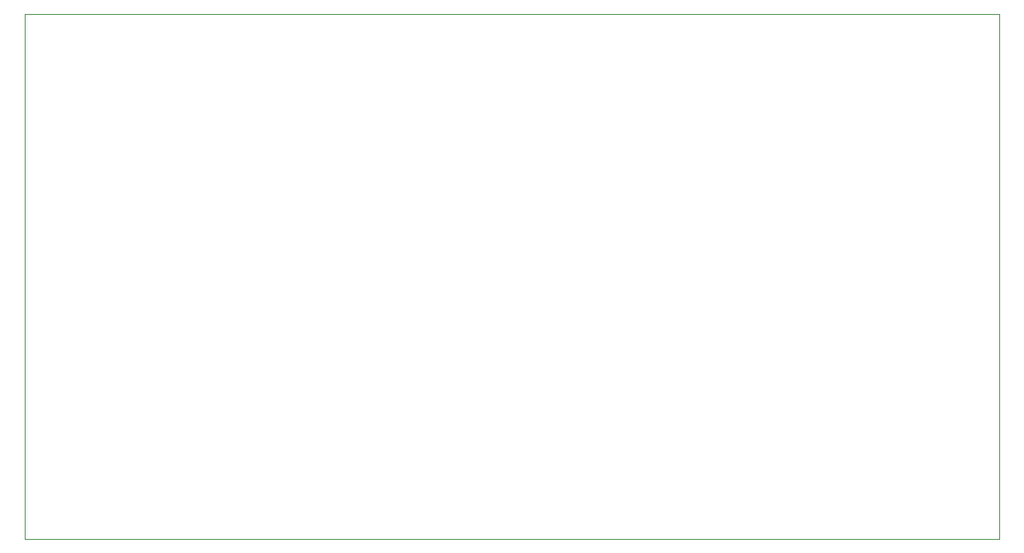
<source format=gm1>
G04 #@! TF.GenerationSoftware,KiCad,Pcbnew,(5.1.2)-1*
G04 #@! TF.CreationDate,2019-06-30T13:56:13+03:00*
G04 #@! TF.ProjectId,rpizero-lowpower,7270697a-6572-46f2-9d6c-6f77706f7765,0.1.0*
G04 #@! TF.SameCoordinates,Original*
G04 #@! TF.FileFunction,Profile,NP*
%FSLAX46Y46*%
G04 Gerber Fmt 4.6, Leading zero omitted, Abs format (unit mm)*
G04 Created by KiCad (PCBNEW (5.1.2)-1) date 2019-06-30 13:56:13*
%MOMM*%
%LPD*%
G04 APERTURE LIST*
%ADD10C,0.100000*%
G04 APERTURE END LIST*
D10*
X65678000Y-117980000D02*
X65678000Y-63980000D01*
X165678000Y-117980000D02*
X65678000Y-117980000D01*
X165678000Y-63980000D02*
X165678000Y-117980000D01*
X65678000Y-63980000D02*
X165678000Y-63980000D01*
M02*

</source>
